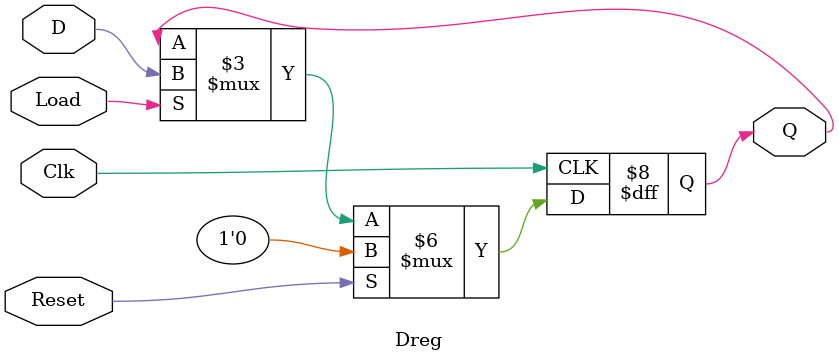
<source format=sv>
module Dreg
(
	input logic Clk, Load, Reset, D,
	output logic Q
);


always_ff @ (posedge Clk)
begin
	if (Reset)
		Q <= 1'b0;
	else
		if (Load)
			Q <= D;
		else
			Q <= Q;
end


endmodule

</source>
